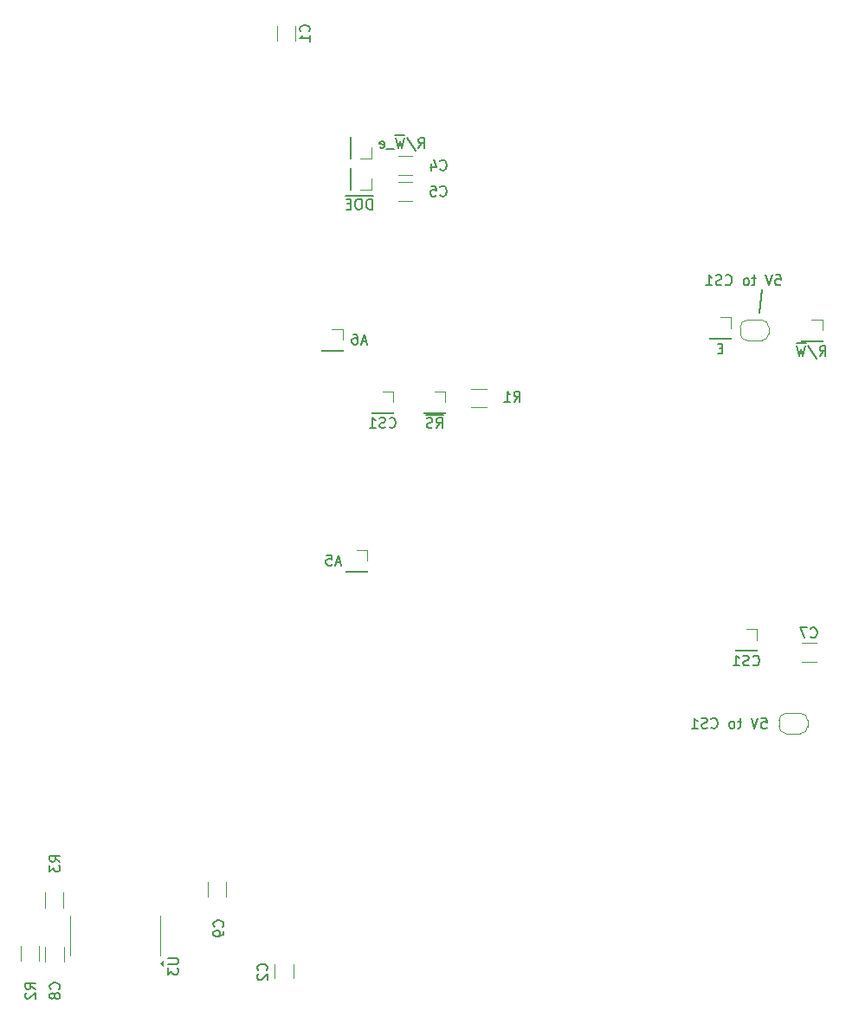
<source format=gbr>
%TF.GenerationSoftware,KiCad,Pcbnew,8.0.5-8.0.5-0~ubuntu22.04.1*%
%TF.CreationDate,2024-10-05T20:14:47+02:00*%
%TF.ProjectId,MP_Board,4d505f42-6f61-4726-942e-6b696361645f,rev?*%
%TF.SameCoordinates,Original*%
%TF.FileFunction,Legend,Bot*%
%TF.FilePolarity,Positive*%
%FSLAX46Y46*%
G04 Gerber Fmt 4.6, Leading zero omitted, Abs format (unit mm)*
G04 Created by KiCad (PCBNEW 8.0.5-8.0.5-0~ubuntu22.04.1) date 2024-10-05 20:14:47*
%MOMM*%
%LPD*%
G01*
G04 APERTURE LIST*
%ADD10C,0.150000*%
%ADD11C,0.120000*%
G04 APERTURE END LIST*
D10*
X135509000Y-79121000D02*
X135255000Y-81407000D01*
X136855030Y-77736819D02*
X137331220Y-77736819D01*
X137331220Y-77736819D02*
X137378839Y-78213009D01*
X137378839Y-78213009D02*
X137331220Y-78165390D01*
X137331220Y-78165390D02*
X137235982Y-78117771D01*
X137235982Y-78117771D02*
X136997887Y-78117771D01*
X136997887Y-78117771D02*
X136902649Y-78165390D01*
X136902649Y-78165390D02*
X136855030Y-78213009D01*
X136855030Y-78213009D02*
X136807411Y-78308247D01*
X136807411Y-78308247D02*
X136807411Y-78546342D01*
X136807411Y-78546342D02*
X136855030Y-78641580D01*
X136855030Y-78641580D02*
X136902649Y-78689200D01*
X136902649Y-78689200D02*
X136997887Y-78736819D01*
X136997887Y-78736819D02*
X137235982Y-78736819D01*
X137235982Y-78736819D02*
X137331220Y-78689200D01*
X137331220Y-78689200D02*
X137378839Y-78641580D01*
X136521696Y-77736819D02*
X136188363Y-78736819D01*
X136188363Y-78736819D02*
X135855030Y-77736819D01*
X134902648Y-78070152D02*
X134521696Y-78070152D01*
X134759791Y-77736819D02*
X134759791Y-78593961D01*
X134759791Y-78593961D02*
X134712172Y-78689200D01*
X134712172Y-78689200D02*
X134616934Y-78736819D01*
X134616934Y-78736819D02*
X134521696Y-78736819D01*
X134045505Y-78736819D02*
X134140743Y-78689200D01*
X134140743Y-78689200D02*
X134188362Y-78641580D01*
X134188362Y-78641580D02*
X134235981Y-78546342D01*
X134235981Y-78546342D02*
X134235981Y-78260628D01*
X134235981Y-78260628D02*
X134188362Y-78165390D01*
X134188362Y-78165390D02*
X134140743Y-78117771D01*
X134140743Y-78117771D02*
X134045505Y-78070152D01*
X134045505Y-78070152D02*
X133902648Y-78070152D01*
X133902648Y-78070152D02*
X133807410Y-78117771D01*
X133807410Y-78117771D02*
X133759791Y-78165390D01*
X133759791Y-78165390D02*
X133712172Y-78260628D01*
X133712172Y-78260628D02*
X133712172Y-78546342D01*
X133712172Y-78546342D02*
X133759791Y-78641580D01*
X133759791Y-78641580D02*
X133807410Y-78689200D01*
X133807410Y-78689200D02*
X133902648Y-78736819D01*
X133902648Y-78736819D02*
X134045505Y-78736819D01*
X131950267Y-78641580D02*
X131997886Y-78689200D01*
X131997886Y-78689200D02*
X132140743Y-78736819D01*
X132140743Y-78736819D02*
X132235981Y-78736819D01*
X132235981Y-78736819D02*
X132378838Y-78689200D01*
X132378838Y-78689200D02*
X132474076Y-78593961D01*
X132474076Y-78593961D02*
X132521695Y-78498723D01*
X132521695Y-78498723D02*
X132569314Y-78308247D01*
X132569314Y-78308247D02*
X132569314Y-78165390D01*
X132569314Y-78165390D02*
X132521695Y-77974914D01*
X132521695Y-77974914D02*
X132474076Y-77879676D01*
X132474076Y-77879676D02*
X132378838Y-77784438D01*
X132378838Y-77784438D02*
X132235981Y-77736819D01*
X132235981Y-77736819D02*
X132140743Y-77736819D01*
X132140743Y-77736819D02*
X131997886Y-77784438D01*
X131997886Y-77784438D02*
X131950267Y-77832057D01*
X131569314Y-78689200D02*
X131426457Y-78736819D01*
X131426457Y-78736819D02*
X131188362Y-78736819D01*
X131188362Y-78736819D02*
X131093124Y-78689200D01*
X131093124Y-78689200D02*
X131045505Y-78641580D01*
X131045505Y-78641580D02*
X130997886Y-78546342D01*
X130997886Y-78546342D02*
X130997886Y-78451104D01*
X130997886Y-78451104D02*
X131045505Y-78355866D01*
X131045505Y-78355866D02*
X131093124Y-78308247D01*
X131093124Y-78308247D02*
X131188362Y-78260628D01*
X131188362Y-78260628D02*
X131378838Y-78213009D01*
X131378838Y-78213009D02*
X131474076Y-78165390D01*
X131474076Y-78165390D02*
X131521695Y-78117771D01*
X131521695Y-78117771D02*
X131569314Y-78022533D01*
X131569314Y-78022533D02*
X131569314Y-77927295D01*
X131569314Y-77927295D02*
X131521695Y-77832057D01*
X131521695Y-77832057D02*
X131474076Y-77784438D01*
X131474076Y-77784438D02*
X131378838Y-77736819D01*
X131378838Y-77736819D02*
X131140743Y-77736819D01*
X131140743Y-77736819D02*
X130997886Y-77784438D01*
X130045505Y-78736819D02*
X130616933Y-78736819D01*
X130331219Y-78736819D02*
X130331219Y-77736819D01*
X130331219Y-77736819D02*
X130426457Y-77879676D01*
X130426457Y-77879676D02*
X130521695Y-77974914D01*
X130521695Y-77974914D02*
X130616933Y-78022533D01*
X135458030Y-121043819D02*
X135934220Y-121043819D01*
X135934220Y-121043819D02*
X135981839Y-121520009D01*
X135981839Y-121520009D02*
X135934220Y-121472390D01*
X135934220Y-121472390D02*
X135838982Y-121424771D01*
X135838982Y-121424771D02*
X135600887Y-121424771D01*
X135600887Y-121424771D02*
X135505649Y-121472390D01*
X135505649Y-121472390D02*
X135458030Y-121520009D01*
X135458030Y-121520009D02*
X135410411Y-121615247D01*
X135410411Y-121615247D02*
X135410411Y-121853342D01*
X135410411Y-121853342D02*
X135458030Y-121948580D01*
X135458030Y-121948580D02*
X135505649Y-121996200D01*
X135505649Y-121996200D02*
X135600887Y-122043819D01*
X135600887Y-122043819D02*
X135838982Y-122043819D01*
X135838982Y-122043819D02*
X135934220Y-121996200D01*
X135934220Y-121996200D02*
X135981839Y-121948580D01*
X135124696Y-121043819D02*
X134791363Y-122043819D01*
X134791363Y-122043819D02*
X134458030Y-121043819D01*
X133505648Y-121377152D02*
X133124696Y-121377152D01*
X133362791Y-121043819D02*
X133362791Y-121900961D01*
X133362791Y-121900961D02*
X133315172Y-121996200D01*
X133315172Y-121996200D02*
X133219934Y-122043819D01*
X133219934Y-122043819D02*
X133124696Y-122043819D01*
X132648505Y-122043819D02*
X132743743Y-121996200D01*
X132743743Y-121996200D02*
X132791362Y-121948580D01*
X132791362Y-121948580D02*
X132838981Y-121853342D01*
X132838981Y-121853342D02*
X132838981Y-121567628D01*
X132838981Y-121567628D02*
X132791362Y-121472390D01*
X132791362Y-121472390D02*
X132743743Y-121424771D01*
X132743743Y-121424771D02*
X132648505Y-121377152D01*
X132648505Y-121377152D02*
X132505648Y-121377152D01*
X132505648Y-121377152D02*
X132410410Y-121424771D01*
X132410410Y-121424771D02*
X132362791Y-121472390D01*
X132362791Y-121472390D02*
X132315172Y-121567628D01*
X132315172Y-121567628D02*
X132315172Y-121853342D01*
X132315172Y-121853342D02*
X132362791Y-121948580D01*
X132362791Y-121948580D02*
X132410410Y-121996200D01*
X132410410Y-121996200D02*
X132505648Y-122043819D01*
X132505648Y-122043819D02*
X132648505Y-122043819D01*
X130553267Y-121948580D02*
X130600886Y-121996200D01*
X130600886Y-121996200D02*
X130743743Y-122043819D01*
X130743743Y-122043819D02*
X130838981Y-122043819D01*
X130838981Y-122043819D02*
X130981838Y-121996200D01*
X130981838Y-121996200D02*
X131077076Y-121900961D01*
X131077076Y-121900961D02*
X131124695Y-121805723D01*
X131124695Y-121805723D02*
X131172314Y-121615247D01*
X131172314Y-121615247D02*
X131172314Y-121472390D01*
X131172314Y-121472390D02*
X131124695Y-121281914D01*
X131124695Y-121281914D02*
X131077076Y-121186676D01*
X131077076Y-121186676D02*
X130981838Y-121091438D01*
X130981838Y-121091438D02*
X130838981Y-121043819D01*
X130838981Y-121043819D02*
X130743743Y-121043819D01*
X130743743Y-121043819D02*
X130600886Y-121091438D01*
X130600886Y-121091438D02*
X130553267Y-121139057D01*
X130172314Y-121996200D02*
X130029457Y-122043819D01*
X130029457Y-122043819D02*
X129791362Y-122043819D01*
X129791362Y-122043819D02*
X129696124Y-121996200D01*
X129696124Y-121996200D02*
X129648505Y-121948580D01*
X129648505Y-121948580D02*
X129600886Y-121853342D01*
X129600886Y-121853342D02*
X129600886Y-121758104D01*
X129600886Y-121758104D02*
X129648505Y-121662866D01*
X129648505Y-121662866D02*
X129696124Y-121615247D01*
X129696124Y-121615247D02*
X129791362Y-121567628D01*
X129791362Y-121567628D02*
X129981838Y-121520009D01*
X129981838Y-121520009D02*
X130077076Y-121472390D01*
X130077076Y-121472390D02*
X130124695Y-121424771D01*
X130124695Y-121424771D02*
X130172314Y-121329533D01*
X130172314Y-121329533D02*
X130172314Y-121234295D01*
X130172314Y-121234295D02*
X130124695Y-121139057D01*
X130124695Y-121139057D02*
X130077076Y-121091438D01*
X130077076Y-121091438D02*
X129981838Y-121043819D01*
X129981838Y-121043819D02*
X129743743Y-121043819D01*
X129743743Y-121043819D02*
X129600886Y-121091438D01*
X128648505Y-122043819D02*
X129219933Y-122043819D01*
X128934219Y-122043819D02*
X128934219Y-121043819D01*
X128934219Y-121043819D02*
X129029457Y-121186676D01*
X129029457Y-121186676D02*
X129124695Y-121281914D01*
X129124695Y-121281914D02*
X129219933Y-121329533D01*
X99067857Y-92589580D02*
X99115476Y-92637200D01*
X99115476Y-92637200D02*
X99258333Y-92684819D01*
X99258333Y-92684819D02*
X99353571Y-92684819D01*
X99353571Y-92684819D02*
X99496428Y-92637200D01*
X99496428Y-92637200D02*
X99591666Y-92541961D01*
X99591666Y-92541961D02*
X99639285Y-92446723D01*
X99639285Y-92446723D02*
X99686904Y-92256247D01*
X99686904Y-92256247D02*
X99686904Y-92113390D01*
X99686904Y-92113390D02*
X99639285Y-91922914D01*
X99639285Y-91922914D02*
X99591666Y-91827676D01*
X99591666Y-91827676D02*
X99496428Y-91732438D01*
X99496428Y-91732438D02*
X99353571Y-91684819D01*
X99353571Y-91684819D02*
X99258333Y-91684819D01*
X99258333Y-91684819D02*
X99115476Y-91732438D01*
X99115476Y-91732438D02*
X99067857Y-91780057D01*
X98686904Y-92637200D02*
X98544047Y-92684819D01*
X98544047Y-92684819D02*
X98305952Y-92684819D01*
X98305952Y-92684819D02*
X98210714Y-92637200D01*
X98210714Y-92637200D02*
X98163095Y-92589580D01*
X98163095Y-92589580D02*
X98115476Y-92494342D01*
X98115476Y-92494342D02*
X98115476Y-92399104D01*
X98115476Y-92399104D02*
X98163095Y-92303866D01*
X98163095Y-92303866D02*
X98210714Y-92256247D01*
X98210714Y-92256247D02*
X98305952Y-92208628D01*
X98305952Y-92208628D02*
X98496428Y-92161009D01*
X98496428Y-92161009D02*
X98591666Y-92113390D01*
X98591666Y-92113390D02*
X98639285Y-92065771D01*
X98639285Y-92065771D02*
X98686904Y-91970533D01*
X98686904Y-91970533D02*
X98686904Y-91875295D01*
X98686904Y-91875295D02*
X98639285Y-91780057D01*
X98639285Y-91780057D02*
X98591666Y-91732438D01*
X98591666Y-91732438D02*
X98496428Y-91684819D01*
X98496428Y-91684819D02*
X98258333Y-91684819D01*
X98258333Y-91684819D02*
X98115476Y-91732438D01*
X97163095Y-92684819D02*
X97734523Y-92684819D01*
X97448809Y-92684819D02*
X97448809Y-91684819D01*
X97448809Y-91684819D02*
X97544047Y-91827676D01*
X97544047Y-91827676D02*
X97639285Y-91922914D01*
X97639285Y-91922914D02*
X97734523Y-91970533D01*
X103671666Y-92684819D02*
X104004999Y-92208628D01*
X104243094Y-92684819D02*
X104243094Y-91684819D01*
X104243094Y-91684819D02*
X103862142Y-91684819D01*
X103862142Y-91684819D02*
X103766904Y-91732438D01*
X103766904Y-91732438D02*
X103719285Y-91780057D01*
X103719285Y-91780057D02*
X103671666Y-91875295D01*
X103671666Y-91875295D02*
X103671666Y-92018152D01*
X103671666Y-92018152D02*
X103719285Y-92113390D01*
X103719285Y-92113390D02*
X103766904Y-92161009D01*
X103766904Y-92161009D02*
X103862142Y-92208628D01*
X103862142Y-92208628D02*
X104243094Y-92208628D01*
X103290713Y-92637200D02*
X103147856Y-92684819D01*
X103147856Y-92684819D02*
X102909761Y-92684819D01*
X102909761Y-92684819D02*
X102814523Y-92637200D01*
X102814523Y-92637200D02*
X102766904Y-92589580D01*
X102766904Y-92589580D02*
X102719285Y-92494342D01*
X102719285Y-92494342D02*
X102719285Y-92399104D01*
X102719285Y-92399104D02*
X102766904Y-92303866D01*
X102766904Y-92303866D02*
X102814523Y-92256247D01*
X102814523Y-92256247D02*
X102909761Y-92208628D01*
X102909761Y-92208628D02*
X103100237Y-92161009D01*
X103100237Y-92161009D02*
X103195475Y-92113390D01*
X103195475Y-92113390D02*
X103243094Y-92065771D01*
X103243094Y-92065771D02*
X103290713Y-91970533D01*
X103290713Y-91970533D02*
X103290713Y-91875295D01*
X103290713Y-91875295D02*
X103243094Y-91780057D01*
X103243094Y-91780057D02*
X103195475Y-91732438D01*
X103195475Y-91732438D02*
X103100237Y-91684819D01*
X103100237Y-91684819D02*
X102862142Y-91684819D01*
X102862142Y-91684819D02*
X102719285Y-91732438D01*
X104381190Y-91407200D02*
X102628809Y-91407200D01*
X94313285Y-105833104D02*
X93837095Y-105833104D01*
X94408523Y-106118819D02*
X94075190Y-105118819D01*
X94075190Y-105118819D02*
X93741857Y-106118819D01*
X92932333Y-105118819D02*
X93408523Y-105118819D01*
X93408523Y-105118819D02*
X93456142Y-105595009D01*
X93456142Y-105595009D02*
X93408523Y-105547390D01*
X93408523Y-105547390D02*
X93313285Y-105499771D01*
X93313285Y-105499771D02*
X93075190Y-105499771D01*
X93075190Y-105499771D02*
X92979952Y-105547390D01*
X92979952Y-105547390D02*
X92932333Y-105595009D01*
X92932333Y-105595009D02*
X92884714Y-105690247D01*
X92884714Y-105690247D02*
X92884714Y-105928342D01*
X92884714Y-105928342D02*
X92932333Y-106023580D01*
X92932333Y-106023580D02*
X92979952Y-106071200D01*
X92979952Y-106071200D02*
X93075190Y-106118819D01*
X93075190Y-106118819D02*
X93313285Y-106118819D01*
X93313285Y-106118819D02*
X93408523Y-106071200D01*
X93408523Y-106071200D02*
X93456142Y-106023580D01*
X101925238Y-65351819D02*
X102258571Y-64875628D01*
X102496666Y-65351819D02*
X102496666Y-64351819D01*
X102496666Y-64351819D02*
X102115714Y-64351819D01*
X102115714Y-64351819D02*
X102020476Y-64399438D01*
X102020476Y-64399438D02*
X101972857Y-64447057D01*
X101972857Y-64447057D02*
X101925238Y-64542295D01*
X101925238Y-64542295D02*
X101925238Y-64685152D01*
X101925238Y-64685152D02*
X101972857Y-64780390D01*
X101972857Y-64780390D02*
X102020476Y-64828009D01*
X102020476Y-64828009D02*
X102115714Y-64875628D01*
X102115714Y-64875628D02*
X102496666Y-64875628D01*
X100782381Y-64304200D02*
X101639523Y-65589914D01*
X100544285Y-64351819D02*
X100306190Y-65351819D01*
X100306190Y-65351819D02*
X100115714Y-64637533D01*
X100115714Y-64637533D02*
X99925238Y-65351819D01*
X99925238Y-65351819D02*
X99687143Y-64351819D01*
X100587143Y-64074200D02*
X99644286Y-64074200D01*
X99544286Y-65447057D02*
X98782381Y-65447057D01*
X98163333Y-65304200D02*
X98258571Y-65351819D01*
X98258571Y-65351819D02*
X98449047Y-65351819D01*
X98449047Y-65351819D02*
X98544285Y-65304200D01*
X98544285Y-65304200D02*
X98591904Y-65208961D01*
X98591904Y-65208961D02*
X98591904Y-64828009D01*
X98591904Y-64828009D02*
X98544285Y-64732771D01*
X98544285Y-64732771D02*
X98449047Y-64685152D01*
X98449047Y-64685152D02*
X98258571Y-64685152D01*
X98258571Y-64685152D02*
X98163333Y-64732771D01*
X98163333Y-64732771D02*
X98115714Y-64828009D01*
X98115714Y-64828009D02*
X98115714Y-64923247D01*
X98115714Y-64923247D02*
X98591904Y-65018485D01*
X96853285Y-84243104D02*
X96377095Y-84243104D01*
X96948523Y-84528819D02*
X96615190Y-83528819D01*
X96615190Y-83528819D02*
X96281857Y-84528819D01*
X95519952Y-83528819D02*
X95710428Y-83528819D01*
X95710428Y-83528819D02*
X95805666Y-83576438D01*
X95805666Y-83576438D02*
X95853285Y-83624057D01*
X95853285Y-83624057D02*
X95948523Y-83766914D01*
X95948523Y-83766914D02*
X95996142Y-83957390D01*
X95996142Y-83957390D02*
X95996142Y-84338342D01*
X95996142Y-84338342D02*
X95948523Y-84433580D01*
X95948523Y-84433580D02*
X95900904Y-84481200D01*
X95900904Y-84481200D02*
X95805666Y-84528819D01*
X95805666Y-84528819D02*
X95615190Y-84528819D01*
X95615190Y-84528819D02*
X95519952Y-84481200D01*
X95519952Y-84481200D02*
X95472333Y-84433580D01*
X95472333Y-84433580D02*
X95424714Y-84338342D01*
X95424714Y-84338342D02*
X95424714Y-84100247D01*
X95424714Y-84100247D02*
X95472333Y-84005009D01*
X95472333Y-84005009D02*
X95519952Y-83957390D01*
X95519952Y-83957390D02*
X95615190Y-83909771D01*
X95615190Y-83909771D02*
X95805666Y-83909771D01*
X95805666Y-83909771D02*
X95900904Y-83957390D01*
X95900904Y-83957390D02*
X95948523Y-84005009D01*
X95948523Y-84005009D02*
X95996142Y-84100247D01*
X97377094Y-71320819D02*
X97377094Y-70320819D01*
X97377094Y-70320819D02*
X97138999Y-70320819D01*
X97138999Y-70320819D02*
X96996142Y-70368438D01*
X96996142Y-70368438D02*
X96900904Y-70463676D01*
X96900904Y-70463676D02*
X96853285Y-70558914D01*
X96853285Y-70558914D02*
X96805666Y-70749390D01*
X96805666Y-70749390D02*
X96805666Y-70892247D01*
X96805666Y-70892247D02*
X96853285Y-71082723D01*
X96853285Y-71082723D02*
X96900904Y-71177961D01*
X96900904Y-71177961D02*
X96996142Y-71273200D01*
X96996142Y-71273200D02*
X97138999Y-71320819D01*
X97138999Y-71320819D02*
X97377094Y-71320819D01*
X96186618Y-70320819D02*
X95996142Y-70320819D01*
X95996142Y-70320819D02*
X95900904Y-70368438D01*
X95900904Y-70368438D02*
X95805666Y-70463676D01*
X95805666Y-70463676D02*
X95758047Y-70654152D01*
X95758047Y-70654152D02*
X95758047Y-70987485D01*
X95758047Y-70987485D02*
X95805666Y-71177961D01*
X95805666Y-71177961D02*
X95900904Y-71273200D01*
X95900904Y-71273200D02*
X95996142Y-71320819D01*
X95996142Y-71320819D02*
X96186618Y-71320819D01*
X96186618Y-71320819D02*
X96281856Y-71273200D01*
X96281856Y-71273200D02*
X96377094Y-71177961D01*
X96377094Y-71177961D02*
X96424713Y-70987485D01*
X96424713Y-70987485D02*
X96424713Y-70654152D01*
X96424713Y-70654152D02*
X96377094Y-70463676D01*
X96377094Y-70463676D02*
X96281856Y-70368438D01*
X96281856Y-70368438D02*
X96186618Y-70320819D01*
X95329475Y-70797009D02*
X94996142Y-70797009D01*
X94853285Y-71320819D02*
X95329475Y-71320819D01*
X95329475Y-71320819D02*
X95329475Y-70320819D01*
X95329475Y-70320819D02*
X94853285Y-70320819D01*
X97515190Y-70043200D02*
X94762809Y-70043200D01*
X134627857Y-115830580D02*
X134675476Y-115878200D01*
X134675476Y-115878200D02*
X134818333Y-115925819D01*
X134818333Y-115925819D02*
X134913571Y-115925819D01*
X134913571Y-115925819D02*
X135056428Y-115878200D01*
X135056428Y-115878200D02*
X135151666Y-115782961D01*
X135151666Y-115782961D02*
X135199285Y-115687723D01*
X135199285Y-115687723D02*
X135246904Y-115497247D01*
X135246904Y-115497247D02*
X135246904Y-115354390D01*
X135246904Y-115354390D02*
X135199285Y-115163914D01*
X135199285Y-115163914D02*
X135151666Y-115068676D01*
X135151666Y-115068676D02*
X135056428Y-114973438D01*
X135056428Y-114973438D02*
X134913571Y-114925819D01*
X134913571Y-114925819D02*
X134818333Y-114925819D01*
X134818333Y-114925819D02*
X134675476Y-114973438D01*
X134675476Y-114973438D02*
X134627857Y-115021057D01*
X134246904Y-115878200D02*
X134104047Y-115925819D01*
X134104047Y-115925819D02*
X133865952Y-115925819D01*
X133865952Y-115925819D02*
X133770714Y-115878200D01*
X133770714Y-115878200D02*
X133723095Y-115830580D01*
X133723095Y-115830580D02*
X133675476Y-115735342D01*
X133675476Y-115735342D02*
X133675476Y-115640104D01*
X133675476Y-115640104D02*
X133723095Y-115544866D01*
X133723095Y-115544866D02*
X133770714Y-115497247D01*
X133770714Y-115497247D02*
X133865952Y-115449628D01*
X133865952Y-115449628D02*
X134056428Y-115402009D01*
X134056428Y-115402009D02*
X134151666Y-115354390D01*
X134151666Y-115354390D02*
X134199285Y-115306771D01*
X134199285Y-115306771D02*
X134246904Y-115211533D01*
X134246904Y-115211533D02*
X134246904Y-115116295D01*
X134246904Y-115116295D02*
X134199285Y-115021057D01*
X134199285Y-115021057D02*
X134151666Y-114973438D01*
X134151666Y-114973438D02*
X134056428Y-114925819D01*
X134056428Y-114925819D02*
X133818333Y-114925819D01*
X133818333Y-114925819D02*
X133675476Y-114973438D01*
X132723095Y-115925819D02*
X133294523Y-115925819D01*
X133008809Y-115925819D02*
X133008809Y-114925819D01*
X133008809Y-114925819D02*
X133104047Y-115068676D01*
X133104047Y-115068676D02*
X133199285Y-115163914D01*
X133199285Y-115163914D02*
X133294523Y-115211533D01*
X87076780Y-145684533D02*
X87124400Y-145636914D01*
X87124400Y-145636914D02*
X87172019Y-145494057D01*
X87172019Y-145494057D02*
X87172019Y-145398819D01*
X87172019Y-145398819D02*
X87124400Y-145255962D01*
X87124400Y-145255962D02*
X87029161Y-145160724D01*
X87029161Y-145160724D02*
X86933923Y-145113105D01*
X86933923Y-145113105D02*
X86743447Y-145065486D01*
X86743447Y-145065486D02*
X86600590Y-145065486D01*
X86600590Y-145065486D02*
X86410114Y-145113105D01*
X86410114Y-145113105D02*
X86314876Y-145160724D01*
X86314876Y-145160724D02*
X86219638Y-145255962D01*
X86219638Y-145255962D02*
X86172019Y-145398819D01*
X86172019Y-145398819D02*
X86172019Y-145494057D01*
X86172019Y-145494057D02*
X86219638Y-145636914D01*
X86219638Y-145636914D02*
X86267257Y-145684533D01*
X86267257Y-146065486D02*
X86219638Y-146113105D01*
X86219638Y-146113105D02*
X86172019Y-146208343D01*
X86172019Y-146208343D02*
X86172019Y-146446438D01*
X86172019Y-146446438D02*
X86219638Y-146541676D01*
X86219638Y-146541676D02*
X86267257Y-146589295D01*
X86267257Y-146589295D02*
X86362495Y-146636914D01*
X86362495Y-146636914D02*
X86457733Y-146636914D01*
X86457733Y-146636914D02*
X86600590Y-146589295D01*
X86600590Y-146589295D02*
X87172019Y-146017867D01*
X87172019Y-146017867D02*
X87172019Y-146636914D01*
X111265666Y-90116819D02*
X111598999Y-89640628D01*
X111837094Y-90116819D02*
X111837094Y-89116819D01*
X111837094Y-89116819D02*
X111456142Y-89116819D01*
X111456142Y-89116819D02*
X111360904Y-89164438D01*
X111360904Y-89164438D02*
X111313285Y-89212057D01*
X111313285Y-89212057D02*
X111265666Y-89307295D01*
X111265666Y-89307295D02*
X111265666Y-89450152D01*
X111265666Y-89450152D02*
X111313285Y-89545390D01*
X111313285Y-89545390D02*
X111360904Y-89593009D01*
X111360904Y-89593009D02*
X111456142Y-89640628D01*
X111456142Y-89640628D02*
X111837094Y-89640628D01*
X110313285Y-90116819D02*
X110884713Y-90116819D01*
X110598999Y-90116819D02*
X110598999Y-89116819D01*
X110598999Y-89116819D02*
X110694237Y-89259676D01*
X110694237Y-89259676D02*
X110789475Y-89354914D01*
X110789475Y-89354914D02*
X110884713Y-89402533D01*
X131659285Y-84922009D02*
X131325952Y-84922009D01*
X131183095Y-85445819D02*
X131659285Y-85445819D01*
X131659285Y-85445819D02*
X131659285Y-84445819D01*
X131659285Y-84445819D02*
X131183095Y-84445819D01*
X77432819Y-144526095D02*
X78242342Y-144526095D01*
X78242342Y-144526095D02*
X78337580Y-144573714D01*
X78337580Y-144573714D02*
X78385200Y-144621333D01*
X78385200Y-144621333D02*
X78432819Y-144716571D01*
X78432819Y-144716571D02*
X78432819Y-144907047D01*
X78432819Y-144907047D02*
X78385200Y-145002285D01*
X78385200Y-145002285D02*
X78337580Y-145049904D01*
X78337580Y-145049904D02*
X78242342Y-145097523D01*
X78242342Y-145097523D02*
X77432819Y-145097523D01*
X77432819Y-145478476D02*
X77432819Y-146097523D01*
X77432819Y-146097523D02*
X77813771Y-145764190D01*
X77813771Y-145764190D02*
X77813771Y-145907047D01*
X77813771Y-145907047D02*
X77861390Y-146002285D01*
X77861390Y-146002285D02*
X77909009Y-146049904D01*
X77909009Y-146049904D02*
X78004247Y-146097523D01*
X78004247Y-146097523D02*
X78242342Y-146097523D01*
X78242342Y-146097523D02*
X78337580Y-146049904D01*
X78337580Y-146049904D02*
X78385200Y-146002285D01*
X78385200Y-146002285D02*
X78432819Y-145907047D01*
X78432819Y-145907047D02*
X78432819Y-145621333D01*
X78432819Y-145621333D02*
X78385200Y-145526095D01*
X78385200Y-145526095D02*
X78337580Y-145478476D01*
X104052666Y-69955580D02*
X104100285Y-70003200D01*
X104100285Y-70003200D02*
X104243142Y-70050819D01*
X104243142Y-70050819D02*
X104338380Y-70050819D01*
X104338380Y-70050819D02*
X104481237Y-70003200D01*
X104481237Y-70003200D02*
X104576475Y-69907961D01*
X104576475Y-69907961D02*
X104624094Y-69812723D01*
X104624094Y-69812723D02*
X104671713Y-69622247D01*
X104671713Y-69622247D02*
X104671713Y-69479390D01*
X104671713Y-69479390D02*
X104624094Y-69288914D01*
X104624094Y-69288914D02*
X104576475Y-69193676D01*
X104576475Y-69193676D02*
X104481237Y-69098438D01*
X104481237Y-69098438D02*
X104338380Y-69050819D01*
X104338380Y-69050819D02*
X104243142Y-69050819D01*
X104243142Y-69050819D02*
X104100285Y-69098438D01*
X104100285Y-69098438D02*
X104052666Y-69146057D01*
X103147904Y-69050819D02*
X103624094Y-69050819D01*
X103624094Y-69050819D02*
X103671713Y-69527009D01*
X103671713Y-69527009D02*
X103624094Y-69479390D01*
X103624094Y-69479390D02*
X103528856Y-69431771D01*
X103528856Y-69431771D02*
X103290761Y-69431771D01*
X103290761Y-69431771D02*
X103195523Y-69479390D01*
X103195523Y-69479390D02*
X103147904Y-69527009D01*
X103147904Y-69527009D02*
X103100285Y-69622247D01*
X103100285Y-69622247D02*
X103100285Y-69860342D01*
X103100285Y-69860342D02*
X103147904Y-69955580D01*
X103147904Y-69955580D02*
X103195523Y-70003200D01*
X103195523Y-70003200D02*
X103290761Y-70050819D01*
X103290761Y-70050819D02*
X103528856Y-70050819D01*
X103528856Y-70050819D02*
X103624094Y-70003200D01*
X103624094Y-70003200D02*
X103671713Y-69955580D01*
X141155714Y-85664819D02*
X141489047Y-85188628D01*
X141727142Y-85664819D02*
X141727142Y-84664819D01*
X141727142Y-84664819D02*
X141346190Y-84664819D01*
X141346190Y-84664819D02*
X141250952Y-84712438D01*
X141250952Y-84712438D02*
X141203333Y-84760057D01*
X141203333Y-84760057D02*
X141155714Y-84855295D01*
X141155714Y-84855295D02*
X141155714Y-84998152D01*
X141155714Y-84998152D02*
X141203333Y-85093390D01*
X141203333Y-85093390D02*
X141250952Y-85141009D01*
X141250952Y-85141009D02*
X141346190Y-85188628D01*
X141346190Y-85188628D02*
X141727142Y-85188628D01*
X140012857Y-84617200D02*
X140869999Y-85902914D01*
X139774761Y-84664819D02*
X139536666Y-85664819D01*
X139536666Y-85664819D02*
X139346190Y-84950533D01*
X139346190Y-84950533D02*
X139155714Y-85664819D01*
X139155714Y-85664819D02*
X138917619Y-84664819D01*
X139817619Y-84387200D02*
X138874762Y-84387200D01*
X82782580Y-141438333D02*
X82830200Y-141390714D01*
X82830200Y-141390714D02*
X82877819Y-141247857D01*
X82877819Y-141247857D02*
X82877819Y-141152619D01*
X82877819Y-141152619D02*
X82830200Y-141009762D01*
X82830200Y-141009762D02*
X82734961Y-140914524D01*
X82734961Y-140914524D02*
X82639723Y-140866905D01*
X82639723Y-140866905D02*
X82449247Y-140819286D01*
X82449247Y-140819286D02*
X82306390Y-140819286D01*
X82306390Y-140819286D02*
X82115914Y-140866905D01*
X82115914Y-140866905D02*
X82020676Y-140914524D01*
X82020676Y-140914524D02*
X81925438Y-141009762D01*
X81925438Y-141009762D02*
X81877819Y-141152619D01*
X81877819Y-141152619D02*
X81877819Y-141247857D01*
X81877819Y-141247857D02*
X81925438Y-141390714D01*
X81925438Y-141390714D02*
X81973057Y-141438333D01*
X82877819Y-141914524D02*
X82877819Y-142105000D01*
X82877819Y-142105000D02*
X82830200Y-142200238D01*
X82830200Y-142200238D02*
X82782580Y-142247857D01*
X82782580Y-142247857D02*
X82639723Y-142343095D01*
X82639723Y-142343095D02*
X82449247Y-142390714D01*
X82449247Y-142390714D02*
X82068295Y-142390714D01*
X82068295Y-142390714D02*
X81973057Y-142343095D01*
X81973057Y-142343095D02*
X81925438Y-142295476D01*
X81925438Y-142295476D02*
X81877819Y-142200238D01*
X81877819Y-142200238D02*
X81877819Y-142009762D01*
X81877819Y-142009762D02*
X81925438Y-141914524D01*
X81925438Y-141914524D02*
X81973057Y-141866905D01*
X81973057Y-141866905D02*
X82068295Y-141819286D01*
X82068295Y-141819286D02*
X82306390Y-141819286D01*
X82306390Y-141819286D02*
X82401628Y-141866905D01*
X82401628Y-141866905D02*
X82449247Y-141914524D01*
X82449247Y-141914524D02*
X82496866Y-142009762D01*
X82496866Y-142009762D02*
X82496866Y-142200238D01*
X82496866Y-142200238D02*
X82449247Y-142295476D01*
X82449247Y-142295476D02*
X82401628Y-142343095D01*
X82401628Y-142343095D02*
X82306390Y-142390714D01*
X64462819Y-147534333D02*
X63986628Y-147201000D01*
X64462819Y-146962905D02*
X63462819Y-146962905D01*
X63462819Y-146962905D02*
X63462819Y-147343857D01*
X63462819Y-147343857D02*
X63510438Y-147439095D01*
X63510438Y-147439095D02*
X63558057Y-147486714D01*
X63558057Y-147486714D02*
X63653295Y-147534333D01*
X63653295Y-147534333D02*
X63796152Y-147534333D01*
X63796152Y-147534333D02*
X63891390Y-147486714D01*
X63891390Y-147486714D02*
X63939009Y-147439095D01*
X63939009Y-147439095D02*
X63986628Y-147343857D01*
X63986628Y-147343857D02*
X63986628Y-146962905D01*
X63558057Y-147915286D02*
X63510438Y-147962905D01*
X63510438Y-147962905D02*
X63462819Y-148058143D01*
X63462819Y-148058143D02*
X63462819Y-148296238D01*
X63462819Y-148296238D02*
X63510438Y-148391476D01*
X63510438Y-148391476D02*
X63558057Y-148439095D01*
X63558057Y-148439095D02*
X63653295Y-148486714D01*
X63653295Y-148486714D02*
X63748533Y-148486714D01*
X63748533Y-148486714D02*
X63891390Y-148439095D01*
X63891390Y-148439095D02*
X64462819Y-147867667D01*
X64462819Y-147867667D02*
X64462819Y-148486714D01*
X66780580Y-147534333D02*
X66828200Y-147486714D01*
X66828200Y-147486714D02*
X66875819Y-147343857D01*
X66875819Y-147343857D02*
X66875819Y-147248619D01*
X66875819Y-147248619D02*
X66828200Y-147105762D01*
X66828200Y-147105762D02*
X66732961Y-147010524D01*
X66732961Y-147010524D02*
X66637723Y-146962905D01*
X66637723Y-146962905D02*
X66447247Y-146915286D01*
X66447247Y-146915286D02*
X66304390Y-146915286D01*
X66304390Y-146915286D02*
X66113914Y-146962905D01*
X66113914Y-146962905D02*
X66018676Y-147010524D01*
X66018676Y-147010524D02*
X65923438Y-147105762D01*
X65923438Y-147105762D02*
X65875819Y-147248619D01*
X65875819Y-147248619D02*
X65875819Y-147343857D01*
X65875819Y-147343857D02*
X65923438Y-147486714D01*
X65923438Y-147486714D02*
X65971057Y-147534333D01*
X66304390Y-148105762D02*
X66256771Y-148010524D01*
X66256771Y-148010524D02*
X66209152Y-147962905D01*
X66209152Y-147962905D02*
X66113914Y-147915286D01*
X66113914Y-147915286D02*
X66066295Y-147915286D01*
X66066295Y-147915286D02*
X65971057Y-147962905D01*
X65971057Y-147962905D02*
X65923438Y-148010524D01*
X65923438Y-148010524D02*
X65875819Y-148105762D01*
X65875819Y-148105762D02*
X65875819Y-148296238D01*
X65875819Y-148296238D02*
X65923438Y-148391476D01*
X65923438Y-148391476D02*
X65971057Y-148439095D01*
X65971057Y-148439095D02*
X66066295Y-148486714D01*
X66066295Y-148486714D02*
X66113914Y-148486714D01*
X66113914Y-148486714D02*
X66209152Y-148439095D01*
X66209152Y-148439095D02*
X66256771Y-148391476D01*
X66256771Y-148391476D02*
X66304390Y-148296238D01*
X66304390Y-148296238D02*
X66304390Y-148105762D01*
X66304390Y-148105762D02*
X66352009Y-148010524D01*
X66352009Y-148010524D02*
X66399628Y-147962905D01*
X66399628Y-147962905D02*
X66494866Y-147915286D01*
X66494866Y-147915286D02*
X66685342Y-147915286D01*
X66685342Y-147915286D02*
X66780580Y-147962905D01*
X66780580Y-147962905D02*
X66828200Y-148010524D01*
X66828200Y-148010524D02*
X66875819Y-148105762D01*
X66875819Y-148105762D02*
X66875819Y-148296238D01*
X66875819Y-148296238D02*
X66828200Y-148391476D01*
X66828200Y-148391476D02*
X66780580Y-148439095D01*
X66780580Y-148439095D02*
X66685342Y-148486714D01*
X66685342Y-148486714D02*
X66494866Y-148486714D01*
X66494866Y-148486714D02*
X66399628Y-148439095D01*
X66399628Y-148439095D02*
X66352009Y-148391476D01*
X66352009Y-148391476D02*
X66304390Y-148296238D01*
X91209580Y-53958333D02*
X91257200Y-53910714D01*
X91257200Y-53910714D02*
X91304819Y-53767857D01*
X91304819Y-53767857D02*
X91304819Y-53672619D01*
X91304819Y-53672619D02*
X91257200Y-53529762D01*
X91257200Y-53529762D02*
X91161961Y-53434524D01*
X91161961Y-53434524D02*
X91066723Y-53386905D01*
X91066723Y-53386905D02*
X90876247Y-53339286D01*
X90876247Y-53339286D02*
X90733390Y-53339286D01*
X90733390Y-53339286D02*
X90542914Y-53386905D01*
X90542914Y-53386905D02*
X90447676Y-53434524D01*
X90447676Y-53434524D02*
X90352438Y-53529762D01*
X90352438Y-53529762D02*
X90304819Y-53672619D01*
X90304819Y-53672619D02*
X90304819Y-53767857D01*
X90304819Y-53767857D02*
X90352438Y-53910714D01*
X90352438Y-53910714D02*
X90400057Y-53958333D01*
X91304819Y-54910714D02*
X91304819Y-54339286D01*
X91304819Y-54625000D02*
X90304819Y-54625000D01*
X90304819Y-54625000D02*
X90447676Y-54529762D01*
X90447676Y-54529762D02*
X90542914Y-54434524D01*
X90542914Y-54434524D02*
X90590533Y-54339286D01*
X140273066Y-113114380D02*
X140320685Y-113162000D01*
X140320685Y-113162000D02*
X140463542Y-113209619D01*
X140463542Y-113209619D02*
X140558780Y-113209619D01*
X140558780Y-113209619D02*
X140701637Y-113162000D01*
X140701637Y-113162000D02*
X140796875Y-113066761D01*
X140796875Y-113066761D02*
X140844494Y-112971523D01*
X140844494Y-112971523D02*
X140892113Y-112781047D01*
X140892113Y-112781047D02*
X140892113Y-112638190D01*
X140892113Y-112638190D02*
X140844494Y-112447714D01*
X140844494Y-112447714D02*
X140796875Y-112352476D01*
X140796875Y-112352476D02*
X140701637Y-112257238D01*
X140701637Y-112257238D02*
X140558780Y-112209619D01*
X140558780Y-112209619D02*
X140463542Y-112209619D01*
X140463542Y-112209619D02*
X140320685Y-112257238D01*
X140320685Y-112257238D02*
X140273066Y-112304857D01*
X139939732Y-112209619D02*
X139273066Y-112209619D01*
X139273066Y-112209619D02*
X139701637Y-113209619D01*
X66875819Y-135088333D02*
X66399628Y-134755000D01*
X66875819Y-134516905D02*
X65875819Y-134516905D01*
X65875819Y-134516905D02*
X65875819Y-134897857D01*
X65875819Y-134897857D02*
X65923438Y-134993095D01*
X65923438Y-134993095D02*
X65971057Y-135040714D01*
X65971057Y-135040714D02*
X66066295Y-135088333D01*
X66066295Y-135088333D02*
X66209152Y-135088333D01*
X66209152Y-135088333D02*
X66304390Y-135040714D01*
X66304390Y-135040714D02*
X66352009Y-134993095D01*
X66352009Y-134993095D02*
X66399628Y-134897857D01*
X66399628Y-134897857D02*
X66399628Y-134516905D01*
X65875819Y-135421667D02*
X65875819Y-136040714D01*
X65875819Y-136040714D02*
X66256771Y-135707381D01*
X66256771Y-135707381D02*
X66256771Y-135850238D01*
X66256771Y-135850238D02*
X66304390Y-135945476D01*
X66304390Y-135945476D02*
X66352009Y-135993095D01*
X66352009Y-135993095D02*
X66447247Y-136040714D01*
X66447247Y-136040714D02*
X66685342Y-136040714D01*
X66685342Y-136040714D02*
X66780580Y-135993095D01*
X66780580Y-135993095D02*
X66828200Y-135945476D01*
X66828200Y-135945476D02*
X66875819Y-135850238D01*
X66875819Y-135850238D02*
X66875819Y-135564524D01*
X66875819Y-135564524D02*
X66828200Y-135469286D01*
X66828200Y-135469286D02*
X66780580Y-135421667D01*
X104052666Y-67415580D02*
X104100285Y-67463200D01*
X104100285Y-67463200D02*
X104243142Y-67510819D01*
X104243142Y-67510819D02*
X104338380Y-67510819D01*
X104338380Y-67510819D02*
X104481237Y-67463200D01*
X104481237Y-67463200D02*
X104576475Y-67367961D01*
X104576475Y-67367961D02*
X104624094Y-67272723D01*
X104624094Y-67272723D02*
X104671713Y-67082247D01*
X104671713Y-67082247D02*
X104671713Y-66939390D01*
X104671713Y-66939390D02*
X104624094Y-66748914D01*
X104624094Y-66748914D02*
X104576475Y-66653676D01*
X104576475Y-66653676D02*
X104481237Y-66558438D01*
X104481237Y-66558438D02*
X104338380Y-66510819D01*
X104338380Y-66510819D02*
X104243142Y-66510819D01*
X104243142Y-66510819D02*
X104100285Y-66558438D01*
X104100285Y-66558438D02*
X104052666Y-66606057D01*
X103195523Y-66844152D02*
X103195523Y-67510819D01*
X103433618Y-66463200D02*
X103671713Y-67177485D01*
X103671713Y-67177485D02*
X103052666Y-67177485D01*
D11*
%TO.C,J10*%
X98425000Y-89110000D02*
X99485000Y-89110000D01*
X99485000Y-89110000D02*
X99485000Y-90170000D01*
X99485000Y-91230000D02*
X99485000Y-91170000D01*
X97365000Y-91170000D02*
X99485000Y-91170000D01*
X97365000Y-91230000D02*
X99485000Y-91230000D01*
X97365000Y-91230000D02*
X97365000Y-91170000D01*
%TO.C,J13*%
X103505000Y-89110000D02*
X104565000Y-89110000D01*
X104565000Y-89110000D02*
X104565000Y-90170000D01*
X104565000Y-91230000D02*
X104565000Y-91170000D01*
X102445000Y-91170000D02*
X104565000Y-91170000D01*
X102445000Y-91230000D02*
X104565000Y-91230000D01*
X102445000Y-91230000D02*
X102445000Y-91170000D01*
%TO.C,J11*%
X95885000Y-104604000D02*
X96945000Y-104604000D01*
X96945000Y-104604000D02*
X96945000Y-105664000D01*
X96945000Y-106724000D02*
X96945000Y-106664000D01*
X94825000Y-106664000D02*
X96945000Y-106664000D01*
X94825000Y-106724000D02*
X96945000Y-106724000D01*
X94825000Y-106724000D02*
X94825000Y-106664000D01*
%TO.C,J7*%
X97326000Y-65278000D02*
X97326000Y-66338000D01*
X97326000Y-66338000D02*
X96266000Y-66338000D01*
X95206000Y-64218000D02*
X95266000Y-64218000D01*
X95266000Y-64218000D02*
X95266000Y-66338000D01*
X95206000Y-66338000D02*
X95266000Y-66338000D01*
X95206000Y-64218000D02*
X95206000Y-66338000D01*
%TO.C,J12*%
X93472000Y-83014000D02*
X94532000Y-83014000D01*
X94532000Y-83014000D02*
X94532000Y-84074000D01*
X94532000Y-85134000D02*
X94532000Y-85074000D01*
X92412000Y-85074000D02*
X94532000Y-85074000D01*
X92412000Y-85134000D02*
X94532000Y-85134000D01*
X92412000Y-85134000D02*
X92412000Y-85074000D01*
%TO.C,J6*%
X97326000Y-68326000D02*
X97326000Y-69386000D01*
X97326000Y-69386000D02*
X96266000Y-69386000D01*
X95206000Y-67266000D02*
X95266000Y-67266000D01*
X95266000Y-67266000D02*
X95266000Y-69386000D01*
X95206000Y-69386000D02*
X95266000Y-69386000D01*
X95206000Y-67266000D02*
X95206000Y-69386000D01*
%TO.C,J15*%
X133985000Y-112351000D02*
X135045000Y-112351000D01*
X135045000Y-112351000D02*
X135045000Y-113411000D01*
X135045000Y-114471000D02*
X135045000Y-114411000D01*
X132925000Y-114411000D02*
X135045000Y-114411000D01*
X132925000Y-114471000D02*
X135045000Y-114471000D01*
X132925000Y-114471000D02*
X132925000Y-114411000D01*
%TO.C,C2*%
X87890000Y-146486252D02*
X87890000Y-145063748D01*
X89710000Y-146486252D02*
X89710000Y-145063748D01*
%TO.C,R1*%
X107095936Y-88879000D02*
X108550064Y-88879000D01*
X107095936Y-90699000D02*
X108550064Y-90699000D01*
%TO.C,J8*%
X130385000Y-83931000D02*
X132505000Y-83931000D01*
X130385000Y-83991000D02*
X130385000Y-83931000D01*
X130385000Y-83991000D02*
X132505000Y-83991000D01*
X131445000Y-81871000D02*
X132505000Y-81871000D01*
X132505000Y-81871000D02*
X132505000Y-82931000D01*
X132505000Y-83991000D02*
X132505000Y-83931000D01*
%TO.C,U3*%
X67828000Y-140352000D02*
X67828000Y-142302000D01*
X67828000Y-144252000D02*
X67828000Y-142302000D01*
X76698000Y-140352000D02*
X76698000Y-142302000D01*
X76698000Y-144252000D02*
X76698000Y-142302000D01*
X76963000Y-145242000D02*
X76633000Y-145002000D01*
X76963000Y-144762000D01*
X76963000Y-145242000D01*
G36*
X76963000Y-145242000D02*
G01*
X76633000Y-145002000D01*
X76963000Y-144762000D01*
X76963000Y-145242000D01*
G37*
%TO.C,C5*%
X101344252Y-68686000D02*
X99921748Y-68686000D01*
X101344252Y-70506000D02*
X99921748Y-70506000D01*
%TO.C,J9*%
X139310000Y-84150000D02*
X141430000Y-84150000D01*
X139310000Y-84210000D02*
X139310000Y-84150000D01*
X139310000Y-84210000D02*
X141430000Y-84210000D01*
X140370000Y-82090000D02*
X141430000Y-82090000D01*
X141430000Y-82090000D02*
X141430000Y-83150000D01*
X141430000Y-84210000D02*
X141430000Y-84150000D01*
%TO.C,C9*%
X81315000Y-138511252D02*
X81315000Y-137088748D01*
X83135000Y-138511252D02*
X83135000Y-137088748D01*
%TO.C,JP11*%
X137182400Y-121864400D02*
X137182400Y-121264400D01*
X137882400Y-120564400D02*
X139282400Y-120564400D01*
X139282400Y-122564400D02*
X137882400Y-122564400D01*
X139982400Y-121264400D02*
X139982400Y-121864400D01*
X137182400Y-121264400D02*
G75*
G02*
X137882400Y-120564400I700000J0D01*
G01*
X137882400Y-122564400D02*
G75*
G02*
X137182400Y-121864400I0J700000D01*
G01*
X139282400Y-120564400D02*
G75*
G02*
X139982400Y-121264400I1J-699999D01*
G01*
X139982400Y-121864400D02*
G75*
G02*
X139282400Y-122564400I-699999J-1D01*
G01*
%TO.C,R2*%
X63040000Y-143322936D02*
X63040000Y-144777064D01*
X64860000Y-143322936D02*
X64860000Y-144777064D01*
%TO.C,C8*%
X65415000Y-144811252D02*
X65415000Y-143388748D01*
X67235000Y-144811252D02*
X67235000Y-143388748D01*
%TO.C,C1*%
X88090000Y-53413748D02*
X88090000Y-54836252D01*
X89910000Y-53413748D02*
X89910000Y-54836252D01*
%TO.C,C7*%
X139395148Y-113694800D02*
X140817652Y-113694800D01*
X139395148Y-115514800D02*
X140817652Y-115514800D01*
%TO.C,JP7*%
X133382000Y-83450000D02*
X133382000Y-82850000D01*
X134082000Y-82150000D02*
X135482000Y-82150000D01*
X135482000Y-84150000D02*
X134082000Y-84150000D01*
X136182000Y-82850000D02*
X136182000Y-83450000D01*
X133382000Y-82850000D02*
G75*
G02*
X134082000Y-82150000I700000J0D01*
G01*
X134082000Y-84150000D02*
G75*
G02*
X133382000Y-83450000I0J700000D01*
G01*
X135482000Y-82150000D02*
G75*
G02*
X136182000Y-82850000I1J-699999D01*
G01*
X136182000Y-83450000D02*
G75*
G02*
X135482000Y-84150000I-699999J-1D01*
G01*
%TO.C,R3*%
X65384000Y-138109936D02*
X65384000Y-139564064D01*
X67204000Y-138109936D02*
X67204000Y-139564064D01*
%TO.C,C4*%
X101344252Y-66146000D02*
X99921748Y-66146000D01*
X101344252Y-67966000D02*
X99921748Y-67966000D01*
%TD*%
M02*

</source>
